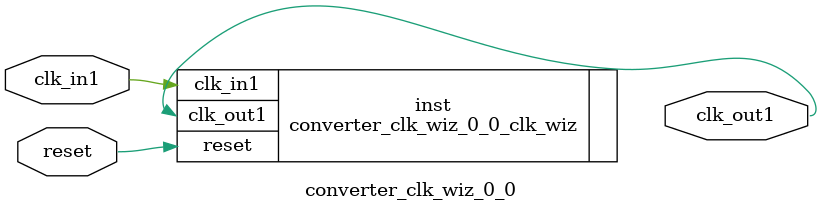
<source format=v>


`timescale 1ps/1ps

(* CORE_GENERATION_INFO = "converter_clk_wiz_0_0,clk_wiz_v5_4_1_0,{component_name=converter_clk_wiz_0_0,use_phase_alignment=true,use_min_o_jitter=false,use_max_i_jitter=false,use_dyn_phase_shift=false,use_inclk_switchover=false,use_dyn_reconfig=false,enable_axi=0,feedback_source=FDBK_AUTO,PRIMITIVE=PLL,num_out_clk=1,clkin1_period=8.000,clkin2_period=10.0,use_power_down=false,use_reset=true,use_locked=false,use_inclk_stopped=false,feedback_type=SINGLE,CLOCK_MGR_TYPE=NA,manual_override=false}" *)

module converter_clk_wiz_0_0 
 (
  // Clock out ports
  output        clk_out1,
  // Status and control signals
  input         reset,
 // Clock in ports
  input         clk_in1
 );

  converter_clk_wiz_0_0_clk_wiz inst
  (
  // Clock out ports  
  .clk_out1(clk_out1),
  // Status and control signals               
  .reset(reset), 
 // Clock in ports
  .clk_in1(clk_in1)
  );

endmodule

</source>
